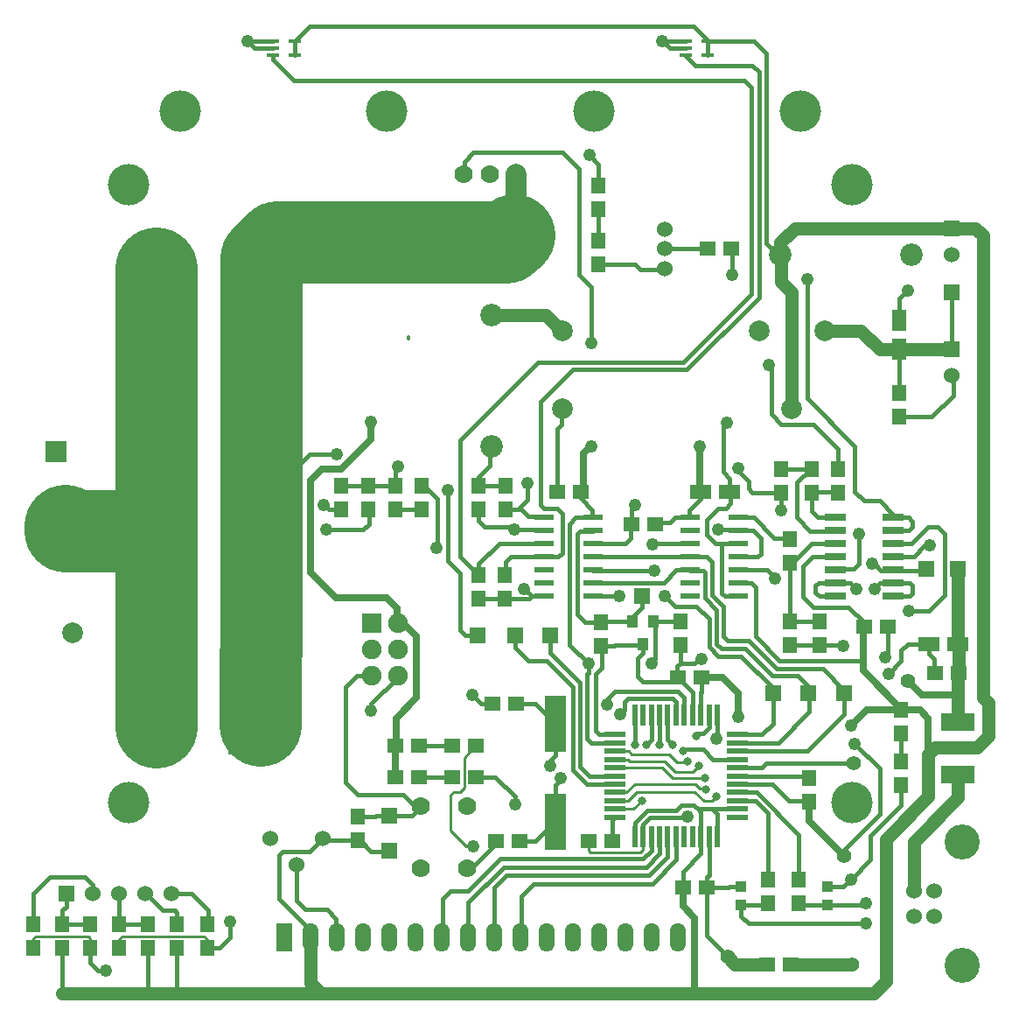
<source format=gtl>
%FSLAX23Y23*%
%MOIN*%
G04 EasyPC Gerber Version 16.0.6 Build 3249 *
%ADD148O,0.01575X0.01969*%
%ADD114O,0.06000X0.11000*%
%ADD145R,0.01969X0.08268*%
%ADD102R,0.03937X0.04291*%
%ADD98R,0.04000X0.04800*%
%ADD92R,0.05500X0.06000*%
%ADD108R,0.05500X0.08000*%
%ADD113R,0.06000X0.11000*%
%ADD141R,0.07100X0.12200*%
%ADD146R,0.07874X0.21654*%
%ADD93R,0.06000X0.06000*%
%ADD110R,0.06300X0.06300*%
%ADD111R,0.07500X0.07500*%
%ADD142R,0.07874X0.07874*%
%ADD13C,0.01000*%
%ADD116C,0.01500*%
%ADD121C,0.02500*%
%ADD151C,0.03189*%
%ADD118C,0.04800*%
%ADD122C,0.05000*%
%ADD150C,0.05591*%
%ADD94C,0.06000*%
%ADD104C,0.06000*%
%ADD115C,0.07000*%
%ADD89C,0.07000*%
%ADD112C,0.07500*%
%ADD99C,0.07874*%
%ADD147C,0.07874*%
%ADD100C,0.08600*%
%ADD101C,0.13386*%
%ADD88C,0.15748*%
%ADD105R,0.04600X0.01400*%
%ADD144R,0.08268X0.01969*%
%ADD95R,0.07800X0.02200*%
%ADD140R,0.08000X0.02500*%
%ADD96R,0.06000X0.05500*%
%ADD97R,0.08000X0.05500*%
%ADD143R,0.12600X0.07000*%
%ADD149C,0.31496*%
X0Y0D02*
D02*
D13*
X447Y809D02*
Y846D01*
X440Y854*
X239*
X231Y846*
Y809*
X892D02*
Y842D01*
X880Y854*
X569*
X558Y842*
Y809*
X1908Y1197D02*
X1880D01*
X1821Y1256*
Y1394*
X1833Y1405*
X1857*
X1873Y1421*
Y1534*
X1918Y1579*
X2447Y1339D02*
X2518D01*
X2550Y1370*
X2447D02*
X2495D01*
X2530Y1405*
X2751*
X2786Y1370*
X2817*
X2833Y1386*
X2447Y1402D02*
X2491D01*
X2522Y1433*
X2754*
X2770Y1417*
X2794*
Y1413*
X2447Y1496D02*
X2628D01*
X2668Y1457*
X2790*
X2447Y1527D02*
X2495D01*
X2503Y1520*
X2636*
X2676Y1480*
X2743*
X2766Y1504*
X2447Y1559D02*
X2499D01*
X2510Y1547*
X2652*
X2684Y1516*
X2719*
X2554Y1232D02*
Y1185D01*
X2542Y1173*
X2353*
X2345Y1181*
Y1214*
X2347Y1216*
D02*
D88*
X593Y1362D03*
Y3716D03*
X790Y3996D03*
X1577D03*
X2365D03*
X3152D03*
X3349Y1362D03*
Y3716D03*
D02*
D89*
X1871Y3756D03*
X1971D03*
X2071D03*
D02*
D92*
X231Y809D03*
Y899D03*
X341Y809D03*
Y899D03*
X447Y809D03*
Y899D03*
X558Y809D03*
Y899D03*
X668Y809D03*
Y899D03*
X778Y809D03*
Y899D03*
X892Y809D03*
Y899D03*
X1404Y2479D03*
Y2569D03*
X1467Y1219D03*
Y1309D03*
X1506Y2479D03*
Y2569D03*
X1609Y2479D03*
Y2569D03*
X1711Y2479D03*
Y2569D03*
X1928Y2140D03*
Y2230D03*
Y2479D03*
Y2569D03*
X2026Y2140D03*
Y2230D03*
X2030Y2479D03*
Y2569D03*
X2384Y3412D03*
Y3502D03*
Y3624D03*
Y3714D03*
X2392Y1959D03*
Y2049D03*
X2695Y1963D03*
Y2053D03*
X3030Y979D03*
Y1069D03*
X3081Y2545D03*
Y2635D03*
X3113Y1963D03*
Y2053D03*
Y2278D03*
Y2368D03*
X3148Y979D03*
Y1069D03*
X3188Y1368D03*
Y1458D03*
X3195Y2545D03*
Y2635D03*
X3227Y1963D03*
Y2053D03*
X3298Y2545D03*
Y2635D03*
X3530Y2833D03*
Y2923D03*
X3538Y1431D03*
Y1521D03*
Y1628D03*
Y1718D03*
D02*
D93*
X357Y1016D03*
X1924Y2000D03*
X2065D03*
X2199D03*
X2550Y2150D03*
X3050Y1779D03*
X3184D03*
X3321D03*
X3632Y2252D03*
X3731Y3090D03*
Y3307D03*
Y3551D03*
X3754Y2252D03*
D02*
D94*
X457Y1016D03*
X557D03*
X657D03*
X757D03*
X3585Y929D03*
Y1027D03*
X3664Y929D03*
Y1027D03*
X3731Y2990D03*
Y3451D03*
D02*
D95*
X2177Y2149D03*
Y2199D03*
Y2249D03*
Y2299D03*
Y2349D03*
Y2399D03*
Y2449D03*
X2363Y2149D03*
Y2199D03*
Y2249D03*
Y2299D03*
Y2349D03*
Y2399D03*
Y2449D03*
X2732Y2149D03*
Y2199D03*
Y2249D03*
Y2299D03*
Y2349D03*
Y2399D03*
Y2449D03*
X2918Y2149D03*
Y2199D03*
Y2249D03*
Y2299D03*
Y2349D03*
Y2399D03*
Y2449D03*
D02*
D96*
X1611Y1461D03*
Y1579D03*
X1701Y1461D03*
Y1579D03*
X1828Y1461D03*
Y1579D03*
X1918Y1461D03*
Y1579D03*
X1981Y1740D03*
X1993Y1216D03*
X2071Y1740D03*
X2083Y1216D03*
X2225Y2547D03*
X2315D03*
X2347Y1216D03*
X2437D03*
X2509Y2425D03*
X2599D03*
X2686Y1839D03*
X2706Y1039D03*
X2776Y1839D03*
X2796Y1039D03*
X2800Y3472D03*
X2890D03*
X3028Y748D03*
X3118D03*
X3395Y2035D03*
X3485D03*
X3666Y1858D03*
X3756D03*
D02*
D97*
X2774Y2548D03*
X2884Y2547D03*
X3644Y1968D03*
X3754Y1967D03*
D02*
D98*
X2514Y2055D03*
X2554Y1968D03*
X2594Y2055D03*
D02*
D99*
X317Y2504D03*
X2062Y3524D02*
X2071Y3533D01*
Y3756*
X2247Y2862D03*
Y3161D03*
X2995D03*
X3121Y2862D03*
X3247Y3161D03*
D02*
D100*
X1975Y2720D03*
Y3220D03*
X3077Y3449D03*
X3577D03*
D02*
D101*
X3770Y742D03*
Y1215D03*
D02*
D102*
X2928Y973D03*
Y1043D03*
X3258Y973D03*
Y1043D03*
D02*
D104*
X1133Y1228D03*
X1233Y1128D03*
X1333Y1228D03*
X2636Y3398D03*
Y3473D03*
Y3548D03*
D02*
D105*
X1142Y4211D03*
Y4236D03*
Y4262D03*
X1225Y4211D03*
Y4262D03*
X2717Y4211D03*
Y4236D03*
Y4262D03*
X2800Y4211D03*
Y4262D03*
D02*
D108*
X3529Y3091D03*
X3530Y3201D03*
D02*
D110*
X1585Y1181D03*
Y1315D03*
D02*
D111*
X1520Y2048D03*
D02*
D112*
Y1848D03*
Y1948D03*
X1620Y1848D03*
Y1948D03*
Y2048D03*
D02*
D113*
X1188Y850D03*
D02*
D114*
X1288D03*
X1388D03*
X1488D03*
X1588D03*
X1688D03*
X1788D03*
X1888D03*
X1988D03*
X2088D03*
X2188D03*
X2288D03*
X2388D03*
X2488D03*
X2588D03*
X2688D03*
D02*
D115*
X1707Y1114D03*
Y1350D03*
X1884Y1114D03*
Y1350D03*
D02*
D116*
X341Y809D02*
Y638D01*
Y899D02*
X447D01*
X357Y1016D02*
Y968D01*
X341Y953*
Y899*
X457Y1016D02*
Y1050D01*
X428Y1079*
X294*
X231Y1016*
Y899*
X506Y724D02*
X475D01*
X447Y752*
Y809*
X557Y1016D02*
Y1009D01*
X558Y1008*
Y899*
X668*
X657Y1016D02*
X660D01*
X723Y953*
X770*
X778Y945*
Y899*
X668Y809D02*
Y642D01*
X664Y638*
X778Y809D02*
Y638D01*
X892Y899D02*
Y902D01*
X896Y905*
Y953*
X833Y1016*
X757*
X979Y909D02*
Y850D01*
X940Y811*
X894*
X892Y809*
X1101Y2594D02*
X1188D01*
X1282Y2689*
X1388*
X1142Y4211D02*
Y4195D01*
X1223Y4114*
X2940*
X2967Y4087*
Y3299*
X2707Y3039*
X2152*
X1857Y2744*
Y2301*
X1928Y2230*
X1142Y4236D02*
X1073D01*
X1046Y4264*
X1142Y4262D02*
X1048D01*
X1046Y4264*
X1225Y4211D02*
Y4262D01*
X1233Y1128D02*
Y990D01*
X1266Y957*
X1349*
X1384Y921*
Y853*
X1388Y850*
X1288D02*
Y876D01*
X1168Y996*
Y1165*
X1180Y1177*
X1282*
X1333Y1228*
X1345Y2402D02*
X1487D01*
X1510Y2425*
Y2475*
X1506Y2479*
X1404D02*
X1355D01*
X1337Y2496*
X1404Y2569D02*
X1506D01*
X1467Y1219D02*
X1477D01*
X1518Y1177*
X1581*
X1585Y1181*
X1467Y1219D02*
X1343D01*
X1333Y1228*
X1467Y1309D02*
X1532D01*
X1538Y1315*
X1585*
X1585Y1315*
X1506Y2569D02*
X1609D01*
X1585Y1315D02*
X1601D01*
X1601Y1315*
X1672*
X1707Y1350*
X1609Y2479D02*
X1711D01*
X1609Y2569D02*
Y2630D01*
X1621Y2642*
X1620Y1848D02*
Y1841D01*
X1518Y1740*
Y1713*
X1701Y1461D02*
X1828D01*
X1701Y1579D02*
X1828D01*
X1707Y1350D02*
X1684D01*
X1640Y1394*
X1467*
X1420Y1441*
Y1803*
X1463Y1846*
X1518*
X1520Y1848*
X1711Y2569D02*
X1717D01*
X1727Y2559*
X1731*
X1770Y2520*
Y2339*
X1766Y2335*
X1810Y2555D02*
Y2283D01*
X1857Y2236*
Y2020*
X1877Y2000*
X1924*
X1928Y2140D02*
X2026D01*
X1928Y2230D02*
Y2272D01*
X2006Y2350*
X2176*
X2177Y2349*
X1928Y2569D02*
Y2602D01*
X1971Y2646*
Y2716*
X1975Y2720*
X1928Y2569D02*
X2030D01*
X1981Y1740D02*
X1936D01*
X1904Y1772*
X1993Y1216D02*
Y1209D01*
X1995*
X1892Y1106*
X1884*
Y1114*
X2026Y2140D02*
X2120D01*
X2129Y2149*
X2030Y2479D02*
X2091D01*
X2117Y2453*
X2174*
X2177Y2449*
X2062Y2402D02*
Y2405D01*
X2054Y2413*
X1951*
X1928Y2437*
Y2479*
X2062Y2402D02*
X2175D01*
X2177Y2399*
X2065Y1358D02*
Y1386D01*
X1991Y1461*
X1918*
X2065Y2000D02*
Y1953D01*
X2117Y1902*
X2188*
X2286Y1803*
Y1488*
X2341Y1433*
X2447*
X2071Y1740D02*
X2144D01*
X2219Y1665*
X2083Y1216D02*
X2144D01*
X2219Y1291*
X2113Y2579D02*
Y2516D01*
X2077Y2480*
X2032*
X2030Y2479*
X2129Y2149D02*
X2101Y2177D01*
X2177Y2149D02*
X2129D01*
X2177Y2299D02*
X2050D01*
X2030Y2279*
Y2234*
X2026Y2230*
X2199Y1504D02*
Y1524D01*
X2219Y1543*
Y1665*
X2199Y2000D02*
Y1933D01*
X2314Y1819*
Y1500*
X2349Y1464*
X2447*
X2225Y2547D02*
Y2786D01*
X2243Y2803*
Y2858*
X2247Y2862*
X2239Y1457D02*
Y1449D01*
X2219Y1429*
Y1291*
X2315Y2547D02*
Y2522D01*
X2361Y2476*
Y2452*
X2363Y2449*
X2345Y1894D02*
Y1858D01*
X2341Y1854*
Y1606*
X2357Y1590*
X2447*
X2349Y3831D02*
X2384Y3795D01*
Y3714*
X2357Y3114D02*
Y3327D01*
X2310Y3374*
Y3776*
X2247Y3839*
X1908*
X1873Y3803*
Y3757*
X1871Y3756*
X2363Y2149D02*
X2463D01*
X2463Y2150*
X2363Y2349D02*
X2486D01*
X2506Y2370*
Y2423*
X2509Y2425*
X2363Y2449D02*
X2298D01*
X2274Y2425*
Y1964*
X2345Y1894*
X2384Y3412D02*
X2524D01*
X2542Y3394*
X2632*
X2636Y3398*
X2384Y3624D02*
Y3502D01*
X2392Y1959D02*
X2442D01*
X2447Y1964*
X2550*
X2554Y1968*
X2392Y2049D02*
X2332D01*
X2302Y2079*
Y2386*
X2314Y2398*
X2362*
X2363Y2399*
X2437Y1216D02*
Y1297D01*
X2447Y1307*
Y1622D02*
X2388D01*
X2373Y1638*
Y1854*
X2396Y1878*
Y1955*
X2392Y1959*
X2509Y2425D02*
Y2482D01*
X2522Y2496*
X2514Y2055D02*
Y2070D01*
X2550Y2106*
Y2150*
X2514Y2055D02*
X2398D01*
X2392Y2049*
X2522Y1232D02*
Y1287D01*
X2569Y1335*
X2680*
X2699Y1354*
X2747*
X2762Y1339*
X2522Y1697D02*
Y1583D01*
X2554Y1232D02*
Y1279D01*
X2581Y1307*
X2723*
Y1311*
X2554Y1968D02*
Y1933D01*
X2534Y1913*
Y1842*
X2554Y1823*
X2670*
X2686Y1839*
X2585Y1232D02*
Y1181D01*
X2554Y1150*
X2010*
X1888Y1027*
X1821*
X1790Y996*
Y853*
X1788Y850*
X2585Y1697D02*
Y1602D01*
X2565Y1583*
X2585Y1894D02*
X2601Y1909D01*
Y2047*
X2594Y2055*
X2693*
X2695Y2053*
X2597Y2248D02*
X2364D01*
X2363Y2249*
X2617Y1232D02*
Y1169D01*
X2565Y1118*
X2022*
X1888Y984*
Y851*
X1888Y850*
X2617Y1697D02*
Y1583D01*
X2648Y1232D02*
Y1157D01*
X2577Y1087*
X2034*
X1987Y1039*
Y853*
X1988Y853*
Y850*
X2648Y1697D02*
Y1602D01*
X2668Y1583*
X2680Y1232D02*
Y1146D01*
X2589Y1055*
X2136*
X2089Y1008*
Y852*
X2088Y850*
X2680Y1697D02*
Y1748D01*
X2668Y1760*
X2495*
X2483Y1748*
Y1716*
X2467Y1701*
X2695Y1894D02*
X2751D01*
X2766Y1909*
X2778*
X2695Y1894D02*
X2684Y1882D01*
Y1841*
X2686Y1839*
X2695Y1963D02*
Y1894D01*
X2706Y1039D02*
Y1101D01*
X2774Y1169*
Y1232*
X2711Y1697D02*
Y1764D01*
X2688Y1787*
X2447*
X2416Y1756*
Y1736*
X2717Y4211D02*
Y4207D01*
X2754Y4169*
X2971*
X2995Y4146*
Y3287*
X2719Y3012*
X2286*
X2164Y2890*
Y2496*
X2176Y2484*
X2227*
X2247Y2464*
Y2315*
X2231Y2299*
X2177*
X2717Y4236D02*
X2656D01*
X2628Y4264*
X2717Y4262D02*
X2630D01*
X2628Y4264*
X2719Y1516D02*
X2723Y1520D01*
X2732Y2249D02*
X2681D01*
X2632Y2201*
X2365*
X2363Y2199*
X2732Y2299D02*
X2363D01*
X2732Y2349D02*
X2592D01*
X2589Y2346*
X2732Y2449D02*
X2676D01*
X2656Y2429*
X2603*
X2599Y2425*
X2743Y1697D02*
Y1782D01*
X2686Y1839*
X2762Y1339D02*
X2817D01*
X2774Y1232D02*
Y1327D01*
X2762Y1339*
X2774Y2548D02*
Y2520D01*
X2731Y2476*
Y2451*
X2732Y2449*
X2776Y1839D02*
Y1785D01*
X2774Y1783*
Y1697*
X2796Y1039D02*
Y857D01*
X2877Y776*
X2796Y1039D02*
X2880D01*
X2884Y1043*
X2927*
X2928Y1043*
X2800Y4211D02*
Y4262D01*
Y4266*
X2747Y4319*
X1282*
X1225Y4262*
X2800Y3472D02*
X2637D01*
X2636Y3473*
X2806Y1232D02*
Y1087D01*
X2798Y1079*
Y1042*
X2796Y1039*
X2806Y1697D02*
Y1650D01*
X2782Y1626*
X2758*
Y1618*
X2837Y1232D02*
Y1319D01*
X2817Y1339*
X2837Y1697D02*
Y1610D01*
X2833Y1606*
X2841Y2402D02*
X2916D01*
X2918Y2399*
X2884Y2547D02*
Y2598D01*
X2861Y2622*
Y2799*
X2873Y2811*
X2892Y3374D02*
Y3470D01*
X2890Y3472*
X2912Y1339D02*
X2817D01*
X2912Y1433D02*
X3046D01*
X3109Y1370*
X3186*
X3188Y1368*
X2912Y1464D02*
X3181D01*
X3188Y1458*
X2912Y1527D02*
X2821D01*
X2782Y1567*
X2715*
X2707Y1559*
X2912D02*
X3180D01*
X3321Y1701*
Y1779*
X2912Y1590D02*
X3069D01*
X3188Y1709*
Y1776*
X3184Y1779*
X2912Y1622D02*
X3006D01*
X3050Y1665*
Y1779*
X2916Y2638D02*
Y2626D01*
X2955Y2587*
Y2559*
X2971Y2543*
X3079*
X3081Y2545*
X2918Y2149D02*
X2865D01*
X2853Y2161*
Y2342*
X2861Y2350*
X2917*
X2918Y2349*
Y2249D02*
X3025D01*
X3058Y2216*
X2918Y2349D02*
X2830D01*
X2798Y2382*
Y2441*
X2841Y2484*
X2869*
X2888Y2504*
Y2543*
X2884Y2547*
X2918Y2399D02*
X2973D01*
X3003Y2370*
Y2311*
X2991Y2299*
X2918*
Y2449D02*
X2975D01*
X3054Y2370*
X3110*
X3113Y2368*
X2928Y973D02*
X3024D01*
X3030Y979*
Y1069D02*
Y1323D01*
X2983Y1370*
X2912*
X3050Y1779D02*
Y1799D01*
X2928Y1921*
X2841*
X2806Y1957*
Y2063*
X2758Y2110*
X2676*
X2636Y2150*
X3077Y3449D02*
X3065D01*
X3022Y3492*
Y4216*
X2975Y4264*
X2802*
X2800Y4262*
Y4211*
X3081Y2545D02*
Y2476D01*
Y2635D02*
X3195D01*
X3113Y1963D02*
X3227D01*
X3113Y2053D02*
X3227D01*
X3113Y2278D02*
Y2053D01*
Y2278D02*
X3119D01*
X3121Y2279*
X3125*
X3195Y2350*
X3285*
X3286Y2349*
X3148Y1069D02*
Y1240D01*
X2987Y1402*
X2912*
X3184Y1779D02*
Y1807D01*
X3144Y1846*
X3046*
X2943Y1949*
X2853*
X2833Y1968*
Y2098*
X2790Y2142*
Y2240*
X2782Y2248*
X2734*
X2732Y2249*
X3195Y2545D02*
Y2472D01*
X3219Y2449*
X3286*
X3286Y2449*
X3195Y2545D02*
X3213D01*
X3215Y2547*
X3296*
X3298Y2545*
X3195Y2635D02*
X3193D01*
X3140Y2583*
Y2449*
X3191Y2398*
X3285*
X3286Y2399*
X3227Y1963D02*
X3315D01*
X3317Y1961*
X3258Y973D02*
X3154D01*
X3148Y979*
X3258Y1043D02*
X3317D01*
X3345Y1071*
X3286Y2149D02*
X3227D01*
X3211Y2165*
Y2189*
X3223Y2201*
X3285*
X3286Y2199*
X3343*
X3365Y2177*
X3298Y2635D02*
Y2709D01*
X3203Y2803*
X3081*
X3042Y2842*
Y3024*
X3034Y3031*
X3321Y1161D02*
Y1185D01*
X3455Y1319*
Y1492*
X3361Y1587*
X3321Y1779D02*
Y1791D01*
X3239Y1874*
X3062*
X2955Y1980*
X2877*
X2861Y1996*
Y2110*
X2817Y2153*
Y2279*
X2798Y2299*
X2732*
X3357Y1512D02*
X3022D01*
X3006Y1496*
X2912*
X3377Y2386D02*
Y2272D01*
X3357Y2252*
X3289*
X3286Y2249*
X3392Y1905D02*
X3073D01*
X2983Y1996*
Y2185*
X2967Y2201*
X2920*
X2918Y2199*
X3395Y2035D02*
Y2049D01*
X3337Y2106*
X3203*
X3164Y2146*
Y2264*
X3199Y2299*
X3286*
X3404Y902D02*
X2955D01*
X2928Y929*
Y973*
X3404Y980D02*
X3392D01*
X3384Y972*
X3259*
X3258Y973*
X3428Y2272D02*
X3436D01*
X3459Y2248*
X3505*
X3506Y2249*
X3485Y2035D02*
Y1927D01*
X3475Y1917*
X3506Y2149D02*
X3569D01*
X3581Y2161*
Y2189*
X3569Y2201*
X3508*
X3506Y2199*
X3458*
X3436Y2177*
X3506Y2249D02*
X3521D01*
X3522Y2248*
X3628*
X3632Y2252*
X3506Y2299D02*
X3585D01*
X3628Y2342*
X3648*
X3506Y2399D02*
X3567D01*
X3581Y2413*
Y2433*
X3565Y2449*
X3507*
X3506Y2449*
Y2461*
X3455Y2512*
X3396*
X3361Y2547*
Y2720*
X3180Y2902*
Y3358*
X3529Y3091D02*
Y2924D01*
X3530Y2923*
Y2833D02*
X3654D01*
X3735Y2913*
Y2987*
X3731Y2990*
X3530Y3201D02*
Y3283D01*
X3562Y3315*
X3538Y1431D02*
Y1354D01*
X3420Y1236*
Y1146*
X3345Y1071*
X3538Y1628D02*
Y1521D01*
X3565Y2094D02*
X3644D01*
X3703Y2153*
Y2386*
X3676Y2413*
X3640*
X3577Y2350*
X3507*
X3506Y2349*
X3644Y1968D02*
X3562D01*
X3538Y1945*
Y1902*
X3491Y1854*
X3644Y1968D02*
Y1929D01*
X3664Y1909*
Y1860*
X3666Y1858*
X3731Y3090D02*
Y3307D01*
D02*
D118*
X506Y724D03*
X979Y909D03*
X1046Y4264D03*
X1337Y2496D03*
X1345Y2402D03*
X1388Y2689D03*
X1518Y1713D03*
Y2815D03*
X1621Y2642D03*
X1766Y2335D03*
X1810Y2555D03*
X1904Y1772D03*
X1908Y1197D03*
X2062Y2402D03*
X2065Y1358D03*
X2101Y2177D03*
X2113Y2579D03*
X2199Y1504D03*
X2239Y1457D03*
X2345Y1894D03*
X2349Y3831D03*
X2357Y2720D03*
Y3114D03*
X2416Y1736D03*
X2463Y2150D03*
X2467Y1701D03*
X2522Y2496D03*
X2585Y1894D03*
X2589Y2346D03*
X2597Y2248D03*
X2628Y4264D03*
X2636Y2150D03*
X2723Y1311D03*
X2770Y2720D03*
X2778Y1909D03*
X2833Y1606D03*
X2841Y2402D03*
X2873Y2811D03*
X2892Y3374D03*
X2916Y1689D03*
Y2638D03*
X3034Y3031D03*
X3058Y2216D03*
X3081Y2476D03*
X3180Y3358D03*
X3317Y1961D03*
X3345Y1071D03*
Y1657D03*
X3361Y1587D03*
X3365Y2177D03*
X3377Y2386D03*
X3404Y902D03*
Y980D03*
X3428Y2272D03*
X3436Y2177D03*
X3475Y1917D03*
X3491Y1854D03*
X3562Y3315D03*
X3565Y2094D03*
X3648Y2342D03*
D02*
D121*
X1518Y2815D02*
Y2748D01*
X1404Y2634*
X1329*
X1286Y2590*
Y2240*
X1384Y2142*
X1577*
X1617Y2102*
Y2051*
X1620Y2048*
X1611Y1579D02*
Y1461D01*
X1620Y2048D02*
X1639D01*
X1691Y1996*
Y1764*
X1613Y1685*
Y1580*
X1611Y1579*
X2357Y2720D02*
X2353D01*
X2325Y2693*
Y2557*
X2315Y2547*
X2706Y1039D02*
Y970D01*
X2751Y925*
Y642*
X2754Y638*
X2770Y2720D02*
Y2552D01*
X2774Y2548*
X2916Y1689D02*
Y1779D01*
X2857Y1839*
X2776*
X3188Y1368D02*
Y1295D01*
X3321Y1161*
X3392Y1905D02*
Y2033D01*
X3395Y2035*
X3538Y1718D02*
X3406D01*
X3345Y1657*
X3538Y1718D02*
Y1720D01*
X3392Y1866*
Y1905*
X3640Y1547D02*
Y1685D01*
X3609Y1716*
X3540*
X3538Y1718*
X3754Y1772D02*
X3617D01*
X3562Y1827*
D02*
D122*
X341Y638D02*
X664D01*
X353Y2417D02*
X317Y2453D01*
Y2504*
X699Y3398D02*
X719Y3378D01*
X786*
X778Y638D02*
X664D01*
X786Y1606D02*
X743D01*
X699Y1650*
X786Y1803D02*
X707D01*
X699Y1811*
X786Y2000D02*
X711D01*
X699Y2012*
X786Y2197D02*
X699D01*
X786Y2394D02*
X703D01*
X699Y2398*
X786Y2590D02*
X699D01*
X786Y2787D02*
X707D01*
X699Y2795*
X786Y2984D02*
X703D01*
X699Y2988*
X786Y3181D02*
X743D01*
Y3157*
X699*
X1006Y1606D02*
X1046D01*
X1097Y1657*
X1006Y1803D02*
X1038D01*
X1097Y1862*
X1006Y2000D02*
X1101D01*
X1006Y2197D02*
X1097D01*
X1101Y2201*
X1006Y2394D02*
X1097D01*
X1101Y2398*
X1006Y2590D02*
X1097D01*
X1101Y2594*
X1006Y2787D02*
Y2689D01*
X1101Y2594*
X1006Y2787D02*
X1097D01*
X1101Y2791*
X1006Y2984D02*
X1097D01*
X1101Y2988*
X1006Y3181D02*
X1097D01*
X1101Y3185*
X1006Y3378D02*
X1093D01*
X1101Y3386*
X1345Y638D02*
X778D01*
X1345D02*
X1325D01*
X1286Y677*
Y849*
X1288Y850*
X2247Y3161D02*
X2243D01*
X2184Y3220*
X1975*
X2754Y638D02*
X1345D01*
X3028Y748D02*
X2904D01*
X2877Y776*
X3077Y3449D02*
Y3496D01*
X3132Y3551*
X3731*
X3121Y2862D02*
Y3307D01*
X3081Y3346*
Y3445*
X3077Y3449*
X3349Y748D02*
X3118D01*
X3529Y3091D02*
X3455D01*
X3384Y3161*
X3247*
X3585Y1027D02*
Y1213D01*
X3754Y1382*
Y1471*
X3640Y1547D02*
Y1386D01*
X3479Y1224*
Y685*
X3432Y638*
X2754*
X3731Y3090D02*
X3529D01*
X3529Y3091*
X3731Y3551D02*
X3821D01*
X3849Y3524*
Y1764*
X3869Y1744*
Y1618*
X3825Y1575*
X3668*
X3640Y1547*
X3754Y1967D02*
Y2252D01*
X3754Y2252*
Y1671D02*
Y1772D01*
Y1857*
X3756Y1858*
Y1966*
X3754Y1967*
D02*
D140*
X3286Y2149D03*
Y2199D03*
Y2249D03*
Y2299D03*
Y2349D03*
Y2399D03*
Y2449D03*
X3506Y2149D03*
Y2199D03*
Y2249D03*
Y2299D03*
Y2349D03*
Y2399D03*
Y2449D03*
D02*
D141*
X786Y1606D03*
Y1803D03*
Y2000D03*
Y2197D03*
Y2394D03*
Y2590D03*
Y2787D03*
Y2984D03*
Y3181D03*
Y3378D03*
X1006Y1606D03*
Y1803D03*
Y2000D03*
Y2197D03*
Y2394D03*
Y2590D03*
Y2787D03*
Y2984D03*
Y3181D03*
Y3378D03*
D02*
D142*
X317Y2701D03*
D02*
D143*
X3754Y1471D03*
Y1671D03*
D02*
D144*
X2447Y1307D03*
Y1339D03*
Y1370D03*
Y1402D03*
Y1433D03*
Y1464D03*
Y1496D03*
Y1527D03*
Y1559D03*
Y1590D03*
Y1622D03*
X2912Y1307D03*
Y1339D03*
Y1370D03*
Y1402D03*
Y1433D03*
Y1464D03*
Y1496D03*
Y1527D03*
Y1559D03*
Y1590D03*
Y1622D03*
D02*
D145*
X2522Y1232D03*
Y1697D03*
X2554Y1232D03*
Y1697D03*
X2585Y1232D03*
Y1697D03*
X2617Y1232D03*
Y1697D03*
X2648Y1232D03*
Y1697D03*
X2680Y1232D03*
Y1697D03*
X2711Y1232D03*
Y1697D03*
X2743Y1232D03*
Y1697D03*
X2774Y1232D03*
Y1697D03*
X2806Y1232D03*
Y1697D03*
X2837Y1232D03*
Y1697D03*
D02*
D146*
X2219Y1291D03*
Y1665D03*
D02*
D147*
X380Y2011D03*
D02*
D148*
X1660Y3134D03*
D02*
D149*
X699Y1650D02*
Y1811D01*
Y2012*
Y2197*
Y2398*
X353*
Y2417*
X699Y2398D02*
Y2590D01*
Y2795*
Y2988*
Y3157*
Y3398*
X1097Y1657D02*
Y1862D01*
Y1933*
X1101*
Y2000*
Y2201*
Y2398*
Y2594*
Y2791*
Y2988*
Y3185*
Y3386*
Y3437*
X1160Y3496*
X2034*
X2062Y3524*
D02*
D150*
X2877Y776D03*
X3321Y1161D03*
X3349Y748D03*
X3357Y1512D03*
X3562Y1827D03*
D02*
D151*
X2522Y1583D03*
X2550Y1370D03*
X2565Y1583D03*
X2617D03*
X2668D03*
X2707Y1559D03*
X2723Y1520D03*
X2758Y1618D03*
X2766Y1504D03*
X2790Y1457D03*
X2794Y1413D03*
X2833Y1386D03*
X0Y0D02*
M02*

</source>
